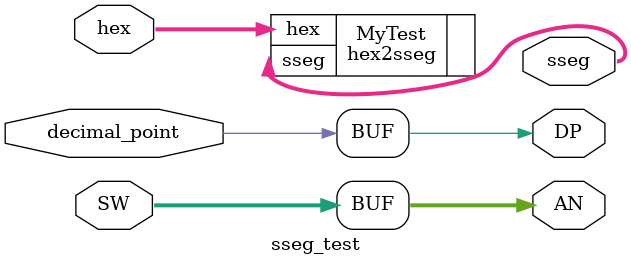
<source format=v>
`timescale 1ns / 1ps


module sseg_test(
    input [3:0] hex, //hex values
    input [7:0] SW,  //8 switches
    input decimal_point,  //decimal point
    output DP,
    output [7:0] AN, //Anodes / digit select
    output [6:0] sseg //segments
    );
            assign AN = SW;// Switches activate digit
            assign DP = decimal_point;// activates decimal
    
    hex2sseg MyTest (
        .hex(hex),
        .sseg(sseg)
    );
endmodule

       
</source>
